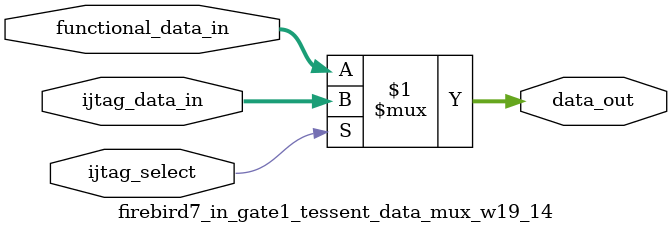
<source format=sv>

module firebird7_in_gate1_tessent_data_mux_w19_14 (
  input wire ijtag_select,
  input wire [18:0]  functional_data_in,
  input wire [18:0]  ijtag_data_in,
  output wire [18:0] data_out
);
assign data_out = (ijtag_select) ? ijtag_data_in : functional_data_in;
endmodule

</source>
